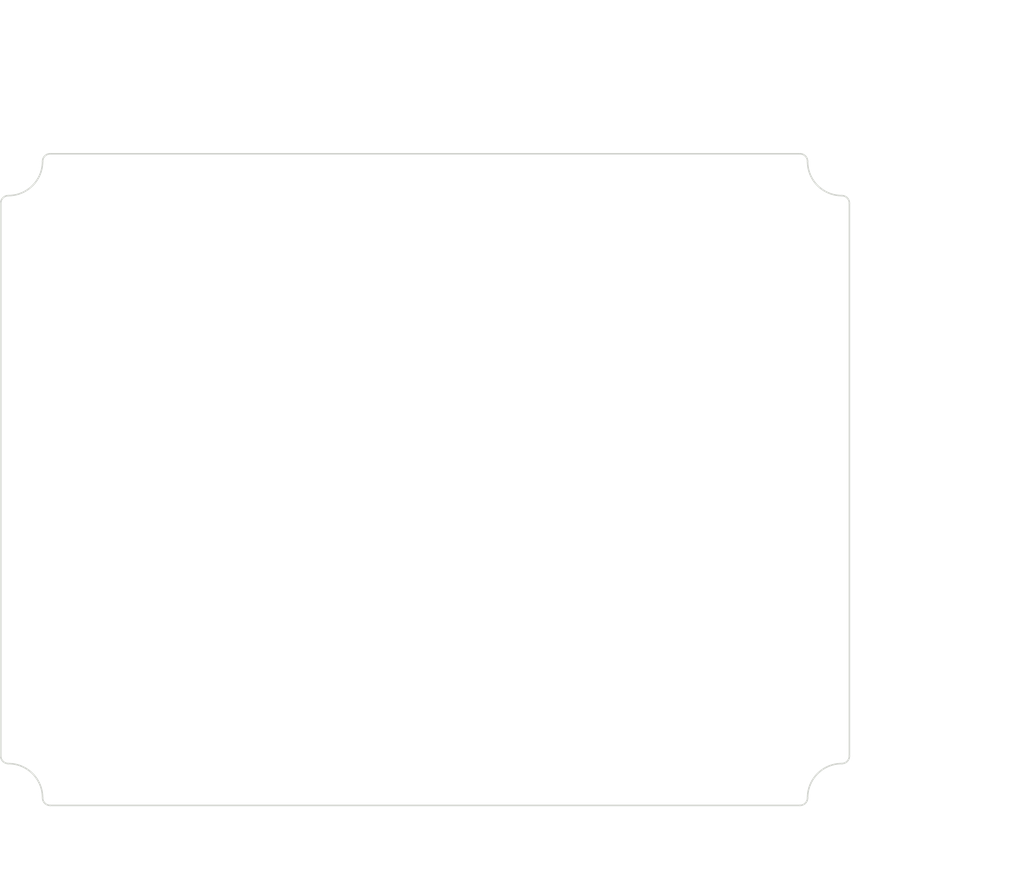
<source format=kicad_pcb>
(kicad_pcb (version 20171130) (host pcbnew "(5.1.0)-1")

  (general
    (thickness 1.6)
    (drawings 48)
    (tracks 0)
    (zones 0)
    (modules 0)
    (nets 1)
  )

  (page A4)
  (layers
    (0 F.Cu signal)
    (31 B.Cu signal)
    (32 B.Adhes user)
    (33 F.Adhes user)
    (34 B.Paste user)
    (35 F.Paste user)
    (36 B.SilkS user)
    (37 F.SilkS user)
    (38 B.Mask user)
    (39 F.Mask user)
    (40 Dwgs.User user)
    (41 Cmts.User user)
    (42 Eco1.User user)
    (43 Eco2.User user)
    (44 Edge.Cuts user)
    (45 Margin user)
    (46 B.CrtYd user)
    (47 F.CrtYd user)
    (48 B.Fab user)
    (49 F.Fab user)
  )

  (setup
    (last_trace_width 0.25)
    (trace_clearance 0.2)
    (zone_clearance 0.508)
    (zone_45_only no)
    (trace_min 0.2)
    (via_size 0.8)
    (via_drill 0.4)
    (via_min_size 0.4)
    (via_min_drill 0.3)
    (uvia_size 0.3)
    (uvia_drill 0.1)
    (uvias_allowed no)
    (uvia_min_size 0.2)
    (uvia_min_drill 0.1)
    (edge_width 0.05)
    (segment_width 0.2)
    (pcb_text_width 0.3)
    (pcb_text_size 1.5 1.5)
    (mod_edge_width 0.12)
    (mod_text_size 1 1)
    (mod_text_width 0.15)
    (pad_size 1.524 1.524)
    (pad_drill 0.762)
    (pad_to_mask_clearance 0.051)
    (solder_mask_min_width 0.25)
    (aux_axis_origin 0 0)
    (visible_elements FFFFFF7F)
    (pcbplotparams
      (layerselection 0x010fc_ffffffff)
      (usegerberextensions false)
      (usegerberattributes false)
      (usegerberadvancedattributes false)
      (creategerberjobfile false)
      (excludeedgelayer true)
      (linewidth 0.152400)
      (plotframeref false)
      (viasonmask false)
      (mode 1)
      (useauxorigin false)
      (hpglpennumber 1)
      (hpglpenspeed 20)
      (hpglpendiameter 15.000000)
      (psnegative false)
      (psa4output false)
      (plotreference true)
      (plotvalue true)
      (plotinvisibletext false)
      (padsonsilk false)
      (subtractmaskfromsilk false)
      (outputformat 1)
      (mirror false)
      (drillshape 1)
      (scaleselection 1)
      (outputdirectory ""))
  )

  (net 0 "")

  (net_class Default "This is the default net class."
    (clearance 0.2)
    (trace_width 0.25)
    (via_dia 0.8)
    (via_drill 0.4)
    (uvia_dia 0.3)
    (uvia_drill 0.1)
  )

  (gr_arc (start 193.963955 53.449583) (end 189.462394 53.451178) (angle -89.95937976) (layer Edge.Cuts) (width 0.2))
  (gr_line (start 194.962005 131.618227) (end 194.962005 58.951144) (layer Edge.Cuts) (width 0.2))
  (gr_arc (start 84.393751 53.449583) (end 84.395346 57.951144) (angle -89.95937976) (layer Edge.Cuts) (width 0.2))
  (gr_line (start 89.895312 52.451533) (end 188.462394 52.451533) (layer Edge.Cuts) (width 0.2))
  (gr_line (start 83.395701 58.951144) (end 83.395701 131.618227) (layer Edge.Cuts) (width 0.2))
  (gr_arc (start 84.393751 137.119787) (end 88.895312 137.118192) (angle -89.95937976) (layer Edge.Cuts) (width 0.2))
  (gr_arc (start 193.963955 137.119787) (end 193.96236 132.618227) (angle -89.95937976) (layer Edge.Cuts) (width 0.2))
  (gr_line (start 188.462394 138.117837) (end 89.895312 138.117837) (layer Edge.Cuts) (width 0.2))
  (gr_arc (start 188.462394 137.117837) (end 188.462394 138.117837) (angle -89.97968988) (layer Edge.Cuts) (width 0.2))
  (gr_arc (start 193.962005 131.618227) (end 193.96236 132.618227) (angle -89.97968988) (layer Edge.Cuts) (width 0.2))
  (gr_arc (start 193.962005 58.951144) (end 194.962005 58.951144) (angle -89.97968988) (layer Edge.Cuts) (width 0.2))
  (gr_arc (start 188.462394 53.451533) (end 189.462394 53.451178) (angle -89.97968988) (layer Edge.Cuts) (width 0.2))
  (gr_arc (start 89.895312 53.451533) (end 89.895312 52.451533) (angle -89.97968988) (layer Edge.Cuts) (width 0.2))
  (gr_arc (start 84.395701 58.951144) (end 84.395346 57.951144) (angle -89.97968988) (layer Edge.Cuts) (width 0.2))
  (gr_arc (start 84.395701 131.618227) (end 83.395701 131.618227) (angle -89.97968988) (layer Edge.Cuts) (width 0.2))
  (gr_arc (start 89.895312 137.117837) (end 88.895312 137.118192) (angle -89.97968988) (layer Edge.Cuts) (width 0.2))
  (gr_text [R0.04] (at 198.190856 147.113433) (layer Dwgs.User)
    (effects (font (size 1.7 1.53) (thickness 0.2125)))
  )
  (gr_text " R1.00" (at 198.190856 143.555998) (layer Dwgs.User)
    (effects (font (size 1.7 1.53) (thickness 0.2125)))
  )
  (gr_line (start 191.720086 145.223972) (end 189.581076 139.901459) (layer Dwgs.User) (width 0.2))
  (gr_line (start 193.720086 145.223972) (end 191.720086 145.223972) (layer Dwgs.User) (width 0.2))
  (gr_text [3.37] (at 213.896698 97.174146) (layer Dwgs.User)
    (effects (font (size 1.7 1.53) (thickness 0.2125)))
  )
  (gr_text " 85.67" (at 213.896698 93.616711) (layer Dwgs.User)
    (effects (font (size 1.7 1.53) (thickness 0.2125)))
  )
  (gr_line (start 213.896698 136.117837) (end 213.896698 98.84212) (layer Dwgs.User) (width 0.2))
  (gr_line (start 213.896698 54.451533) (end 213.896698 91.72725) (layer Dwgs.User) (width 0.2))
  (gr_line (start 189.462394 138.117837) (end 217.071698 138.117837) (layer Dwgs.User) (width 0.2))
  (gr_line (start 189.462394 52.451533) (end 217.071698 52.451533) (layer Dwgs.User) (width 0.2))
  (gr_text [2.94] (at 202.865583 97.174146) (layer Dwgs.User)
    (effects (font (size 1.7 1.53) (thickness 0.2125)))
  )
  (gr_text " 74.67" (at 202.865583 93.616711) (layer Dwgs.User)
    (effects (font (size 1.7 1.53) (thickness 0.2125)))
  )
  (gr_line (start 202.865583 130.618227) (end 202.865583 98.84212) (layer Dwgs.User) (width 0.2))
  (gr_line (start 202.865583 59.951144) (end 202.865583 91.72725) (layer Dwgs.User) (width 0.2))
  (gr_line (start 194.96236 132.618227) (end 206.040583 132.618227) (layer Dwgs.User) (width 0.2))
  (gr_line (start 194.96236 57.951144) (end 206.040583 57.951144) (layer Dwgs.User) (width 0.2))
  (gr_text [R0.18] (at 177.056077 64.103842) (layer Dwgs.User)
    (effects (font (size 1.7 1.53) (thickness 0.2125)))
  )
  (gr_text " R4.50" (at 177.056077 60.546407) (layer Dwgs.User)
    (effects (font (size 1.7 1.53) (thickness 0.2125)))
  )
  (gr_line (start 183.526848 62.214381) (end 188.985121 57.630672) (layer Dwgs.User) (width 0.2))
  (gr_line (start 181.526848 62.214381) (end 183.526848 62.214381) (layer Dwgs.User) (width 0.2))
  (gr_text [3.96] (at 139.178853 44.367734) (layer Dwgs.User)
    (effects (font (size 1.7 1.53) (thickness 0.2125)))
  )
  (gr_text " 100.57" (at 139.178853 40.810299) (layer Dwgs.User)
    (effects (font (size 1.7 1.53) (thickness 0.2125)))
  )
  (gr_line (start 187.462394 42.478273) (end 143.886766 42.478273) (layer Dwgs.User) (width 0.2))
  (gr_line (start 90.895312 42.478273) (end 134.47094 42.478273) (layer Dwgs.User) (width 0.2))
  (gr_line (start 189.462394 52.451178) (end 189.462394 39.303273) (layer Dwgs.User) (width 0.2))
  (gr_line (start 88.895312 52.451178) (end 88.895312 39.303273) (layer Dwgs.User) (width 0.2))
  (gr_text [4.39] (at 139.178853 37.398505) (layer Dwgs.User)
    (effects (font (size 1.7 1.53) (thickness 0.2125)))
  )
  (gr_text " 111.57" (at 139.178853 33.84107) (layer Dwgs.User)
    (effects (font (size 1.7 1.53) (thickness 0.2125)))
  )
  (gr_line (start 192.962005 35.509044) (end 143.886766 35.509044) (layer Dwgs.User) (width 0.2))
  (gr_line (start 85.395701 35.509044) (end 134.47094 35.509044) (layer Dwgs.User) (width 0.2))
  (gr_line (start 194.962005 57.951144) (end 194.962005 32.334044) (layer Dwgs.User) (width 0.2))
  (gr_line (start 83.395701 57.951144) (end 83.395701 32.334044) (layer Dwgs.User) (width 0.2))

)

</source>
